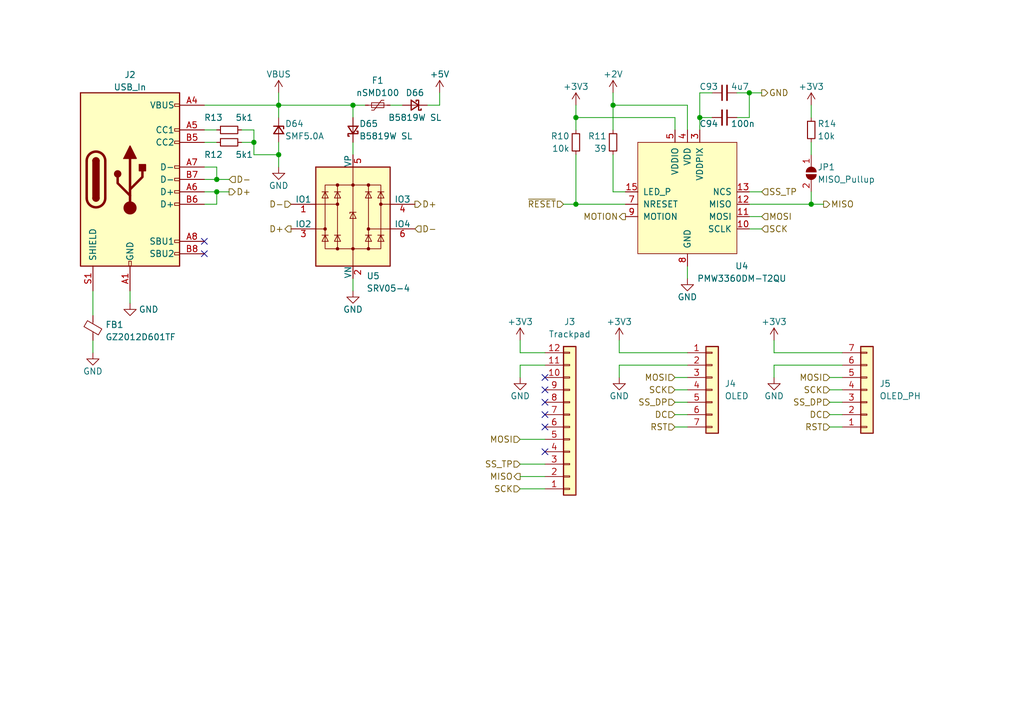
<source format=kicad_sch>
(kicad_sch (version 20230121) (generator eeschema)
  (paper "A5")
  (title_block (title "Honeydew unsplit ergonomic keyboard"))
  (lib_symbols
    (symbol "+3V3_1" (power) (pin_names (offset 0))
      (property "Value" "+3V3_1" (at 0 3.556 0))
      (symbol "+3V3_1_0_1"
        (polyline (pts (xy -0.762 1.27) (xy 0 2.54)))
        (polyline (pts (xy 0 0) (xy 0 2.54)))
        (polyline (pts (xy 0 2.54) (xy 0.762 1.27)))
      )
      (symbol "+3V3_1_1_1"
        (pin power_in line (at 0 0 90) (length 0) hide (name "+3V3") (number "1"))
      )
    )
    (symbol "Cantaloupe:USB_C_Receptacle_USB2.0-Connector" (pin_names (offset 1.016))
      (property "Reference" "J" (at -10.16 19.05 0))
      (property "Value" "USB_C_Receptacle_USB2.0-Connector" (at 19.05 19.05 0))
      (symbol "USB_C_Receptacle_USB2.0-Connector_0_0"
        (rectangle (start -0.254 -17.78) (end 0.254 -16.764))
        (rectangle (start 10.16 -14.986) (end 9.144 -15.494))
        (rectangle (start 10.16 -12.446) (end 9.144 -12.954))
        (rectangle (start 10.16 -4.826) (end 9.144 -5.334))
        (rectangle (start 10.16 -2.286) (end 9.144 -2.794))
        (rectangle (start 10.16 0.254) (end 9.144 -0.254))
        (rectangle (start 10.16 2.794) (end 9.144 2.286))
        (rectangle (start 10.16 7.874) (end 9.144 7.366))
        (rectangle (start 10.16 10.414) (end 9.144 9.906))
        (rectangle (start 10.16 15.494) (end 9.144 14.986))
      )
      (symbol "USB_C_Receptacle_USB2.0-Connector_0_1"
        (rectangle (start -10.16 17.78) (end 10.16 -17.78) (stroke (width 0.254)) (fill (type background)))
        (arc (start -8.89 -3.81) (mid -6.985 -5.7067) (end -5.08 -3.81) (stroke (width 0.508)))
        (arc (start -7.62 -3.81) (mid -6.985 -4.4423) (end -6.35 -3.81) (stroke (width 0.254)))
        (arc (start -7.62 -3.81) (mid -6.985 -4.4423) (end -6.35 -3.81) (stroke (width 0.254)) (fill (type outline)))
        (rectangle (start -7.62 -3.81) (end -6.35 3.81) (stroke (width 0.254)) (fill (type outline)))
        (arc (start -6.35 3.81) (mid -6.985 4.4423) (end -7.62 3.81) (stroke (width 0.254)))
        (arc (start -6.35 3.81) (mid -6.985 4.4423) (end -7.62 3.81) (stroke (width 0.254)) (fill (type outline)))
        (arc (start -5.08 3.81) (mid -6.985 5.7067) (end -8.89 3.81) (stroke (width 0.508)))
        (circle (center -2.54 1.143) (radius 0.635) (stroke (width 0.254)) (fill (type outline)))
        (circle (center 0 -5.842) (radius 1.27) (fill (type outline)))
        (polyline (pts (xy -8.89 -3.81) (xy -8.89 3.81)) (stroke (width 0.508)))
        (polyline (pts (xy -5.08 3.81) (xy -5.08 -3.81)) (stroke (width 0.508)))
        (polyline (pts (xy 0 -5.842) (xy 0 4.318)) (stroke (width 0.508)))
        (polyline (pts (xy 0 -3.302) (xy -2.54 -0.762) (xy -2.54 0.508)) (stroke (width 0.508)))
        (polyline (pts (xy 0 -2.032) (xy 2.54 0.508) (xy 2.54 1.778)) (stroke (width 0.508)))
        (polyline (pts (xy -1.27 4.318) (xy 0 6.858) (xy 1.27 4.318) (xy -1.27 4.318)) (stroke (width 0.254)) (fill (type outline)))
        (rectangle (start 1.905 1.778) (end 3.175 3.048) (stroke (width 0.254)) (fill (type outline)))
      )
      (symbol "USB_C_Receptacle_USB2.0-Connector_1_1"
        (pin power_in line (at 0 -22.86 90) (length 5.08) (name "GND") (number "A1"))
        (pin passive line (at 0 -22.86 90) (length 5.08) hide (name "GND") (number "A12"))
        (pin power_in line (at 15.24 15.24 180) (length 5.08) (name "VBUS") (number "A4"))
        (pin bidirectional line (at 15.24 10.16 180) (length 5.08) (name "CC1") (number "A5"))
        (pin bidirectional line (at 15.24 -2.54 180) (length 5.08) (name "D+") (number "A6"))
        (pin bidirectional line (at 15.24 2.54 180) (length 5.08) (name "D-") (number "A7"))
        (pin bidirectional line (at 15.24 -12.7 180) (length 5.08) (name "SBU1") (number "A8"))
        (pin passive line (at 15.24 15.24 180) (length 5.08) hide (name "VBUS") (number "A9"))
        (pin passive line (at 0 -22.86 90) (length 5.08) hide (name "GND") (number "B1"))
        (pin passive line (at 0 -22.86 90) (length 5.08) hide (name "GND") (number "B12"))
        (pin passive line (at 15.24 15.24 180) (length 5.08) hide (name "VBUS") (number "B4"))
        (pin bidirectional line (at 15.24 7.62 180) (length 5.08) (name "CC2") (number "B5"))
        (pin bidirectional line (at 15.24 -5.08 180) (length 5.08) (name "D+") (number "B6"))
        (pin bidirectional line (at 15.24 0 180) (length 5.08) (name "D-") (number "B7"))
        (pin bidirectional line (at 15.24 -15.24 180) (length 5.08) (name "SBU2") (number "B8"))
        (pin passive line (at 15.24 15.24 180) (length 5.08) hide (name "VBUS") (number "B9"))
        (pin passive line (at -7.62 -22.86 90) (length 5.08) (name "SHIELD") (number "S1"))
      )
    )
    (symbol "Connector_Generic:Conn_01x07" (pin_names (offset 1.016) hide)
      (property "Reference" "J" (at 0 10.16 0))
      (property "Value" "Conn_01x07" (at 0 -10.16 0))
      (symbol "Conn_01x07_1_1"
        (rectangle (start -1.27 -7.493) (end 0 -7.747) (stroke (width 0.1524)))
        (rectangle (start -1.27 -4.953) (end 0 -5.207) (stroke (width 0.1524)))
        (rectangle (start -1.27 -2.413) (end 0 -2.667) (stroke (width 0.1524)))
        (rectangle (start -1.27 0.127) (end 0 -0.127) (stroke (width 0.1524)))
        (rectangle (start -1.27 2.667) (end 0 2.413) (stroke (width 0.1524)))
        (rectangle (start -1.27 5.207) (end 0 4.953) (stroke (width 0.1524)))
        (rectangle (start -1.27 7.747) (end 0 7.493) (stroke (width 0.1524)))
        (rectangle (start -1.27 8.89) (end 1.27 -8.89) (stroke (width 0.254)) (fill (type background)))
        (pin passive line (at -5.08 7.62 0) (length 3.81) (name "Pin_1") (number "1"))
        (pin passive line (at -5.08 5.08 0) (length 3.81) (name "Pin_2") (number "2"))
        (pin passive line (at -5.08 2.54 0) (length 3.81) (name "Pin_3") (number "3"))
        (pin passive line (at -5.08 0 0) (length 3.81) (name "Pin_4") (number "4"))
        (pin passive line (at -5.08 -2.54 0) (length 3.81) (name "Pin_5") (number "5"))
        (pin passive line (at -5.08 -5.08 0) (length 3.81) (name "Pin_6") (number "6"))
        (pin passive line (at -5.08 -7.62 0) (length 3.81) (name "Pin_7") (number "7"))
      )
    )
    (symbol "Connector_Generic:Conn_01x12" (pin_names (offset 1.016) hide)
      (property "Reference" "J" (at 0 15.24 0))
      (property "Value" "Conn_01x12" (at 0 -17.78 0))
      (symbol "Conn_01x12_1_1"
        (rectangle (start -1.27 -15.113) (end 0 -15.367) (stroke (width 0.1524)))
        (rectangle (start -1.27 -12.573) (end 0 -12.827) (stroke (width 0.1524)))
        (rectangle (start -1.27 -10.033) (end 0 -10.287) (stroke (width 0.1524)))
        (rectangle (start -1.27 -7.493) (end 0 -7.747) (stroke (width 0.1524)))
        (rectangle (start -1.27 -4.953) (end 0 -5.207) (stroke (width 0.1524)))
        (rectangle (start -1.27 -2.413) (end 0 -2.667) (stroke (width 0.1524)))
        (rectangle (start -1.27 0.127) (end 0 -0.127) (stroke (width 0.1524)))
        (rectangle (start -1.27 2.667) (end 0 2.413) (stroke (width 0.1524)))
        (rectangle (start -1.27 5.207) (end 0 4.953) (stroke (width 0.1524)))
        (rectangle (start -1.27 7.747) (end 0 7.493) (stroke (width 0.1524)))
        (rectangle (start -1.27 10.287) (end 0 10.033) (stroke (width 0.1524)))
        (rectangle (start -1.27 12.827) (end 0 12.573) (stroke (width 0.1524)))
        (rectangle (start -1.27 13.97) (end 1.27 -16.51) (stroke (width 0.254)) (fill (type background)))
        (pin passive line (at -5.08 12.7 0) (length 3.81) (name "Pin_1") (number "1"))
        (pin passive line (at -5.08 -10.16 0) (length 3.81) (name "Pin_10") (number "10"))
        (pin passive line (at -5.08 -12.7 0) (length 3.81) (name "Pin_11") (number "11"))
        (pin passive line (at -5.08 -15.24 0) (length 3.81) (name "Pin_12") (number "12"))
        (pin passive line (at -5.08 10.16 0) (length 3.81) (name "Pin_2") (number "2"))
        (pin passive line (at -5.08 7.62 0) (length 3.81) (name "Pin_3") (number "3"))
        (pin passive line (at -5.08 5.08 0) (length 3.81) (name "Pin_4") (number "4"))
        (pin passive line (at -5.08 2.54 0) (length 3.81) (name "Pin_5") (number "5"))
        (pin passive line (at -5.08 0 0) (length 3.81) (name "Pin_6") (number "6"))
        (pin passive line (at -5.08 -2.54 0) (length 3.81) (name "Pin_7") (number "7"))
        (pin passive line (at -5.08 -5.08 0) (length 3.81) (name "Pin_8") (number "8"))
        (pin passive line (at -5.08 -7.62 0) (length 3.81) (name "Pin_9") (number "9"))
      )
    )
    (symbol "Device:C_Small" (pin_numbers hide) (pin_names (offset 0.254) hide)
      (property "Reference" "C" (at 0.254 1.778 0))
      (property "Value" "C_Small" (at 0.254 -2.032 0))
      (symbol "C_Small_0_1"
        (polyline (pts (xy -1.524 -0.508) (xy 1.524 -0.508)) (stroke (width 0.3302)))
        (polyline (pts (xy -1.524 0.508) (xy 1.524 0.508)) (stroke (width 0.3048)))
      )
      (symbol "C_Small_1_1"
        (pin passive line (at 0 2.54 270) (length 2.032) (name "~") (number "1"))
        (pin passive line (at 0 -2.54 90) (length 2.032) (name "~") (number "2"))
      )
    )
    (symbol "Device:D_Schottky_Small" (pin_numbers hide) (pin_names (offset 0.254) hide)
      (property "Reference" "D" (at -1.27 2.032 0))
      (property "Value" "D_Schottky_Small" (at -7.112 -2.032 0))
      (symbol "D_Schottky_Small_0_1"
        (polyline (pts (xy -0.762 0) (xy 0.762 0)))
        (polyline (pts (xy 0.762 -1.016) (xy -0.762 0) (xy 0.762 1.016) (xy 0.762 -1.016)) (stroke (width 0.254)))
        (polyline (pts (xy -1.27 0.762) (xy -1.27 1.016) (xy -0.762 1.016) (xy -0.762 -1.016) (xy -0.254 -1.016) (xy -0.254 -0.762)) (stroke (width 0.254)))
      )
      (symbol "D_Schottky_Small_1_1"
        (pin passive line (at -2.54 0 0) (length 1.778) (name "K") (number "1"))
        (pin passive line (at 2.54 0 180) (length 1.778) (name "A") (number "2"))
      )
    )
    (symbol "Device:D_Zener_Small" (pin_numbers hide) (pin_names (offset 0.254) hide)
      (property "Reference" "D" (at 0 2.286 0))
      (property "Value" "D_Zener_Small" (at 0 -2.286 0))
      (symbol "D_Zener_Small_0_1"
        (polyline (pts (xy 0.762 0) (xy -0.762 0)))
        (polyline (pts (xy -0.254 1.016) (xy -0.762 1.016) (xy -0.762 -1.016)) (stroke (width 0.254)))
        (polyline (pts (xy 0.762 1.016) (xy -0.762 0) (xy 0.762 -1.016) (xy 0.762 1.016)) (stroke (width 0.254)))
      )
      (symbol "D_Zener_Small_1_1"
        (pin passive line (at -2.54 0 0) (length 1.778) (name "K") (number "1"))
        (pin passive line (at 2.54 0 180) (length 1.778) (name "A") (number "2"))
      )
    )
    (symbol "Device:FerriteBead_Small" (pin_numbers hide) (pin_names (offset 0))
      (property "Reference" "FB" (at 1.905 1.27 0))
      (property "Value" "FerriteBead_Small" (at 1.905 -1.27 0))
      (symbol "FerriteBead_Small_0_1"
        (polyline (pts (xy 0 -1.27) (xy 0 -0.7874)))
        (polyline (pts (xy 0 0.889) (xy 0 1.2954)))
        (polyline (pts (xy -1.8288 0.2794) (xy -1.1176 1.4986) (xy 1.8288 -0.2032) (xy 1.1176 -1.4224) (xy -1.8288 0.2794)))
      )
      (symbol "FerriteBead_Small_1_1"
        (pin passive line (at 0 2.54 270) (length 1.27) (name "~") (number "1"))
        (pin passive line (at 0 -2.54 90) (length 1.27) (name "~") (number "2"))
      )
    )
    (symbol "Device:Polyfuse_Small" (pin_numbers hide) (pin_names (offset 0))
      (property "Reference" "F" (at -1.905 0 90))
      (property "Value" "Polyfuse_Small" (at 1.905 0 90))
      (symbol "Polyfuse_Small_0_1"
        (rectangle (start -0.508 1.27) (end 0.508 -1.27))
        (polyline (pts (xy 0 2.54) (xy 0 -2.54)))
        (polyline (pts (xy -1.016 1.27) (xy -1.016 0.762) (xy 1.016 -0.762) (xy 1.016 -1.27)))
      )
      (symbol "Polyfuse_Small_1_1"
        (pin passive line (at 0 2.54 270) (length 0.635) (name "~") (number "1"))
        (pin passive line (at 0 -2.54 90) (length 0.635) (name "~") (number "2"))
      )
    )
    (symbol "Device:R_Small" (pin_numbers hide) (pin_names (offset 0.254) hide)
      (property "Reference" "R" (at 0.762 0.508 0))
      (property "Value" "R_Small" (at 0.762 -1.016 0))
      (symbol "R_Small_0_1"
        (rectangle (start -0.762 1.778) (end 0.762 -1.778) (stroke (width 0.2032)))
      )
      (symbol "R_Small_1_1"
        (pin passive line (at 0 2.54 270) (length 0.762) (name "~") (number "1"))
        (pin passive line (at 0 -2.54 90) (length 0.762) (name "~") (number "2"))
      )
    )
    (symbol "Honeydew:+2V" (power) (pin_names (offset 0))
      (property "Value" "+2V" (at 0 3.81 0))
      (symbol "+2V_0_1"
        (polyline (pts (xy -0.762 1.27) (xy 0 2.54)))
        (polyline (pts (xy 0 0) (xy 0 2.54)))
        (polyline (pts (xy 0 2.54) (xy 0.762 1.27)))
      )
      (symbol "+2V_1_1"
        (pin power_in line (at 0 0 90) (length 0) hide (name "+2V") (number "1"))
      )
    )
    (symbol "Jumper:SolderJumper_2_Open" (pin_names (offset 0) hide)
      (property "Reference" "JP" (at 0 2.032 0))
      (property "Value" "SolderJumper_2_Open" (at 0 -2.54 0))
      (symbol "SolderJumper_2_Open_0_1"
        (arc (start -0.254 1.016) (mid -1.2656 0) (end -0.254 -1.016))
        (arc (start -0.254 1.016) (mid -1.2656 0) (end -0.254 -1.016) (fill (type outline)))
        (polyline (pts (xy -0.254 1.016) (xy -0.254 -1.016)))
        (polyline (pts (xy 0.254 1.016) (xy 0.254 -1.016)))
        (arc (start 0.254 -1.016) (mid 1.2656 0) (end 0.254 1.016))
        (arc (start 0.254 -1.016) (mid 1.2656 0) (end 0.254 1.016) (fill (type outline)))
      )
      (symbol "SolderJumper_2_Open_1_1"
        (pin passive line (at -3.81 0 0) (length 2.54) (name "A") (number "1"))
        (pin passive line (at 3.81 0 180) (length 2.54) (name "B") (number "2"))
      )
    )
    (symbol "PMW3360DM-T2QU_1" (pin_names (offset 1.016))
      (property "Reference" "U" (at 0 12.7 0))
      (property "Value" "PMW3360DM-T2QU_1" (at 0 20.32 0))
      (symbol "PMW3360DM-T2QU_1_0_1"
        (rectangle (start -10.16 10.16) (end 10.16 -12.7) (fill (type background)))
      )
      (symbol "PMW3360DM-T2QU_1_1_1"
        (pin no_connect line (at -12.7 7.62 0) (length 2.54) hide (name "NC") (number "1"))
        (pin input line (at 12.7 -7.62 180) (length 2.54) (name "SCLK") (number "10"))
        (pin input line (at 12.7 -5.08 180) (length 2.54) (name "MOSI") (number "11"))
        (pin output line (at 12.7 -2.54 180) (length 2.54) (name "MISO") (number "12"))
        (pin input line (at 12.7 0 180) (length 2.54) (name "NCS") (number "13"))
        (pin no_connect line (at -12.7 7.62 0) (length 2.54) hide (name "NC") (number "14"))
        (pin input line (at -12.7 0 0) (length 2.54) (name "LED_P") (number "15"))
        (pin no_connect line (at -12.7 7.62 0) (length 2.54) hide (name "NC") (number "16"))
        (pin no_connect line (at -12.7 7.62 0) (length 2.54) hide (name "NC") (number "2"))
        (pin power_in line (at 2.54 12.7 270) (length 2.54) (name "VDDPIX") (number "3"))
        (pin power_in line (at 0 12.7 270) (length 2.54) (name "VDD") (number "4"))
        (pin power_in line (at -2.54 12.7 270) (length 2.54) (name "VDDIO") (number "5"))
        (pin no_connect line (at -12.7 7.62 0) (length 2.54) hide (name "NC") (number "6"))
        (pin input line (at -12.7 -2.54 0) (length 2.54) (name "NRESET") (number "7"))
        (pin power_in line (at 0 -15.24 90) (length 2.54) (name "GND") (number "8"))
        (pin output line (at -12.7 -5.08 0) (length 2.54) (name "MOTION") (number "9"))
      )
    )
    (symbol "Power_Protection:SRV05-4" (pin_names (offset 0))
      (property "Reference" "U" (at -5.08 11.43 0))
      (property "Value" "SRV05-4" (at 2.54 11.43 0))
      (symbol "SRV05-4_0_0"
        (rectangle (start -5.715 6.477) (end 5.715 -6.604))
        (polyline (pts (xy -3.175 -6.604) (xy -3.175 6.477)))
        (polyline (pts (xy 3.175 6.477) (xy 3.175 -6.604)))
      )
      (symbol "SRV05-4_0_1"
        (rectangle (start -7.62 10.16) (end 7.62 -10.16) (stroke (width 0.254)) (fill (type background)))
        (circle (center -5.715 -2.54) (radius 0.2794) (fill (type outline)))
        (circle (center -3.175 -6.604) (radius 0.2794) (fill (type outline)))
        (circle (center -3.175 2.54) (radius 0.2794) (fill (type outline)))
        (circle (center -3.175 6.477) (radius 0.2794) (fill (type outline)))
        (circle (center 0 -6.604) (radius 0.2794) (fill (type outline)))
        (polyline (pts (xy -7.747 2.54) (xy -3.175 2.54)))
        (polyline (pts (xy -7.62 -2.54) (xy -5.715 -2.54)))
        (polyline (pts (xy -5.08 -3.81) (xy -6.35 -3.81)))
        (polyline (pts (xy -5.08 5.08) (xy -6.35 5.08)))
        (polyline (pts (xy -2.54 -3.81) (xy -3.81 -3.81)))
        (polyline (pts (xy -2.54 5.08) (xy -3.81 5.08)))
        (polyline (pts (xy 0 10.16) (xy 0 -10.16)))
        (polyline (pts (xy 3.81 -3.81) (xy 2.54 -3.81)))
        (polyline (pts (xy 3.81 5.08) (xy 2.54 5.08)))
        (polyline (pts (xy 6.35 -3.81) (xy 5.08 -3.81)))
        (polyline (pts (xy 6.35 5.08) (xy 5.08 5.08)))
        (polyline (pts (xy 7.62 -2.54) (xy 3.175 -2.54)))
        (polyline (pts (xy 7.62 2.54) (xy 5.715 2.54)))
        (polyline (pts (xy 0.635 0.889) (xy -0.635 0.889) (xy -0.635 0.635)))
        (polyline (pts (xy -5.08 -5.08) (xy -6.35 -5.08) (xy -5.715 -3.81) (xy -5.08 -5.08)))
        (polyline (pts (xy -5.08 3.81) (xy -6.35 3.81) (xy -5.715 5.08) (xy -5.08 3.81)))
        (polyline (pts (xy -2.54 -5.08) (xy -3.81 -5.08) (xy -3.175 -3.81) (xy -2.54 -5.08)))
        (polyline (pts (xy -2.54 3.81) (xy -3.81 3.81) (xy -3.175 5.08) (xy -2.54 3.81)))
        (polyline (pts (xy 0.635 -0.381) (xy -0.635 -0.381) (xy 0 0.889) (xy 0.635 -0.381)))
        (polyline (pts (xy 3.81 -5.08) (xy 2.54 -5.08) (xy 3.175 -3.81) (xy 3.81 -5.08)))
        (polyline (pts (xy 3.81 3.81) (xy 2.54 3.81) (xy 3.175 5.08) (xy 3.81 3.81)))
        (polyline (pts (xy 6.35 -5.08) (xy 5.08 -5.08) (xy 5.715 -3.81) (xy 6.35 -5.08)))
        (polyline (pts (xy 6.35 3.81) (xy 5.08 3.81) (xy 5.715 5.08) (xy 6.35 3.81)))
        (circle (center 0 6.477) (radius 0.2794) (fill (type outline)))
        (circle (center 3.175 -6.604) (radius 0.2794) (fill (type outline)))
        (circle (center 3.175 -2.54) (radius 0.2794) (fill (type outline)))
        (circle (center 3.175 6.477) (radius 0.2794) (fill (type outline)))
        (circle (center 5.715 2.54) (radius 0.2794) (fill (type outline)))
      )
      (symbol "SRV05-4_1_1"
        (pin passive line (at -12.7 2.54 0) (length 5.08) (name "IO1") (number "1"))
        (pin passive line (at 0 -12.7 90) (length 2.54) (name "VN") (number "2"))
        (pin passive line (at -12.7 -2.54 0) (length 5.08) (name "IO2") (number "3"))
        (pin passive line (at 12.7 2.54 180) (length 5.08) (name "IO3") (number "4"))
        (pin passive line (at 0 12.7 270) (length 2.54) (name "VP") (number "5"))
        (pin passive line (at 12.7 -2.54 180) (length 5.08) (name "IO4") (number "6"))
      )
    )
    (symbol "power:+5V" (power) (pin_names (offset 0))
      (property "Value" "+5V" (at 0 3.556 0))
      (symbol "+5V_0_1"
        (polyline (pts (xy -0.762 1.27) (xy 0 2.54)))
        (polyline (pts (xy 0 0) (xy 0 2.54)))
        (polyline (pts (xy 0 2.54) (xy 0.762 1.27)))
      )
      (symbol "+5V_1_1"
        (pin power_in line (at 0 0 90) (length 0) hide (name "+5V") (number "1"))
      )
    )
    (symbol "power:GND" (power) (pin_names (offset 0))
      (property "Value" "GND" (at 0 -3.81 0))
      (symbol "GND_0_1"
        (polyline (pts (xy 0 0) (xy 0 -1.27) (xy 1.27 -1.27) (xy 0 -2.54) (xy -1.27 -1.27) (xy 0 -1.27)))
      )
      (symbol "GND_1_1"
        (pin power_in line (at 0 0 270) (length 0) hide (name "GND") (number "1"))
      )
    )
    (symbol "power:VBUS" (power) (pin_names (offset 0))
      (property "Value" "VBUS" (at 0 3.81 0))
      (symbol "VBUS_0_1"
        (polyline (pts (xy -0.762 1.27) (xy 0 2.54)))
        (polyline (pts (xy 0 0) (xy 0 2.54)))
        (polyline (pts (xy 0 2.54) (xy 0.762 1.27)))
      )
      (symbol "VBUS_1_1"
        (pin power_in line (at 0 0 90) (length 0) hide (name "VBUS") (number "1"))
      )
    )
  )
  (junction (at 125.73 21.59))
  (junction (at 52.07 29.21))
  (junction (at 118.11 24.13))
  (junction (at 44.45 39.37))
  (junction (at 143.51 24.13))
  (junction (at 57.15 21.59))
  (junction (at 153.67 19.05))
  (junction (at 57.15 31.75))
  (junction (at 44.45 36.83))
  (junction (at 166.37 41.91))
  (junction (at 118.11 41.91))
  (junction (at 72.39 21.59))
  (no_connect (at 111.76 87.63))
  (no_connect (at 41.91 52.07))
  (no_connect (at 111.76 82.55))
  (no_connect (at 111.76 92.71))
  (no_connect (at 111.76 77.47))
  (no_connect (at 111.76 85.09))
  (no_connect (at 41.91 49.53))
  (no_connect (at 111.76 80.01))
  (wire (pts (xy 44.45 39.37) (xy 44.45 41.91)))
  (wire (pts (xy 52.07 31.75) (xy 57.15 31.75)))
  (wire (pts (xy 41.91 36.83) (xy 44.45 36.83)))
  (wire (pts (xy 115.57 41.91) (xy 118.11 41.91)))
  (wire (pts (xy 151.13 24.13) (xy 153.67 24.13)))
  (wire (pts (xy 49.53 29.21) (xy 52.07 29.21)))
  (wire (pts (xy 166.37 24.13) (xy 166.37 21.59)))
  (wire (pts (xy 143.51 19.05) (xy 146.05 19.05)))
  (wire (pts (xy 127 74.93) (xy 140.97 74.93)))
  (wire (pts (xy 138.43 80.01) (xy 140.97 80.01)))
  (wire (pts (xy 170.18 85.09) (xy 172.72 85.09)))
  (wire (pts (xy 90.17 19.05) (xy 90.17 21.59)))
  (wire (pts (xy 170.18 77.47) (xy 172.72 77.47)))
  (wire (pts (xy 151.13 19.05) (xy 153.67 19.05)))
  (wire (pts (xy 46.99 39.37) (xy 44.45 39.37)))
  (wire (pts (xy 118.11 21.59) (xy 118.11 24.13)))
  (wire (pts (xy 72.39 21.59) (xy 74.93 21.59)))
  (wire (pts (xy 138.43 26.67) (xy 138.43 24.13)))
  (wire (pts (xy 140.97 21.59) (xy 140.97 26.67)))
  (wire (pts (xy 156.21 39.37) (xy 153.67 39.37)))
  (wire (pts (xy 143.51 24.13) (xy 146.05 24.13)))
  (wire (pts (xy 170.18 87.63) (xy 172.72 87.63)))
  (wire (pts (xy 44.45 26.67) (xy 41.91 26.67)))
  (wire (pts (xy 166.37 41.91) (xy 168.91 41.91)))
  (wire (pts (xy 118.11 24.13) (xy 138.43 24.13)))
  (wire (pts (xy 52.07 31.75) (xy 52.07 29.21)))
  (wire (pts (xy 57.15 21.59) (xy 57.15 24.13)))
  (wire (pts (xy 140.97 54.61) (xy 140.97 57.15)))
  (wire (pts (xy 125.73 31.75) (xy 125.73 39.37)))
  (wire (pts (xy 118.11 31.75) (xy 118.11 41.91)))
  (wire (pts (xy 158.75 72.39) (xy 172.72 72.39)))
  (wire (pts (xy 127 72.39) (xy 140.97 72.39)))
  (wire (pts (xy 106.68 74.93) (xy 111.76 74.93)))
  (wire (pts (xy 41.91 34.29) (xy 44.45 34.29)))
  (wire (pts (xy 106.68 74.93) (xy 106.68 77.47)))
  (wire (pts (xy 138.43 77.47) (xy 140.97 77.47)))
  (wire (pts (xy 170.18 82.55) (xy 172.72 82.55)))
  (wire (pts (xy 26.67 59.69) (xy 26.67 62.23)))
  (wire (pts (xy 156.21 44.45) (xy 153.67 44.45)))
  (wire (pts (xy 138.43 82.55) (xy 140.97 82.55)))
  (wire (pts (xy 156.21 46.99) (xy 153.67 46.99)))
  (wire (pts (xy 153.67 19.05) (xy 156.21 19.05)))
  (wire (pts (xy 19.05 59.69) (xy 19.05 64.77)))
  (wire (pts (xy 57.15 29.21) (xy 57.15 31.75)))
  (wire (pts (xy 143.51 24.13) (xy 143.51 26.67)))
  (wire (pts (xy 170.18 80.01) (xy 172.72 80.01)))
  (wire (pts (xy 125.73 19.05) (xy 125.73 21.59)))
  (wire (pts (xy 44.45 34.29) (xy 44.45 36.83)))
  (wire (pts (xy 118.11 41.91) (xy 128.27 41.91)))
  (wire (pts (xy 106.68 72.39) (xy 111.76 72.39)))
  (wire (pts (xy 106.68 69.85) (xy 106.68 72.39)))
  (wire (pts (xy 166.37 41.91) (xy 166.37 39.37)))
  (wire (pts (xy 72.39 29.21) (xy 72.39 31.75)))
  (wire (pts (xy 80.01 21.59) (xy 82.55 21.59)))
  (wire (pts (xy 46.99 36.83) (xy 44.45 36.83)))
  (wire (pts (xy 125.73 21.59) (xy 125.73 26.67)))
  (wire (pts (xy 72.39 21.59) (xy 72.39 24.13)))
  (wire (pts (xy 138.43 87.63) (xy 140.97 87.63)))
  (wire (pts (xy 41.91 41.91) (xy 44.45 41.91)))
  (wire (pts (xy 125.73 39.37) (xy 128.27 39.37)))
  (wire (pts (xy 143.51 19.05) (xy 143.51 24.13)))
  (wire (pts (xy 118.11 24.13) (xy 118.11 26.67)))
  (wire (pts (xy 49.53 26.67) (xy 52.07 26.67)))
  (wire (pts (xy 57.15 31.75) (xy 57.15 34.29)))
  (wire (pts (xy 19.05 69.85) (xy 19.05 72.39)))
  (wire (pts (xy 41.91 21.59) (xy 57.15 21.59)))
  (wire (pts (xy 158.75 74.93) (xy 158.75 77.47)))
  (wire (pts (xy 106.68 97.79) (xy 111.76 97.79)))
  (wire (pts (xy 106.68 100.33) (xy 111.76 100.33)))
  (wire (pts (xy 138.43 85.09) (xy 140.97 85.09)))
  (wire (pts (xy 153.67 19.05) (xy 153.67 24.13)))
  (wire (pts (xy 153.67 41.91) (xy 166.37 41.91)))
  (wire (pts (xy 106.68 95.25) (xy 111.76 95.25)))
  (wire (pts (xy 127 69.85) (xy 127 72.39)))
  (wire (pts (xy 57.15 19.05) (xy 57.15 21.59)))
  (wire (pts (xy 158.75 69.85) (xy 158.75 72.39)))
  (wire (pts (xy 106.68 90.17) (xy 111.76 90.17)))
  (wire (pts (xy 44.45 29.21) (xy 41.91 29.21)))
  (wire (pts (xy 57.15 21.59) (xy 72.39 21.59)))
  (wire (pts (xy 52.07 26.67) (xy 52.07 29.21)))
  (wire (pts (xy 72.39 59.69) (xy 72.39 57.15)))
  (wire (pts (xy 90.17 21.59) (xy 87.63 21.59)))
  (wire (pts (xy 140.97 21.59) (xy 125.73 21.59)))
  (wire (pts (xy 127 74.93) (xy 127 77.47)))
  (wire (pts (xy 166.37 29.21) (xy 166.37 31.75)))
  (wire (pts (xy 41.91 39.37) (xy 44.45 39.37)))
  (wire (pts (xy 158.75 74.93) (xy 172.72 74.93)))
  (hierarchical_label "RST" (shape input) (at 138.43 87.63 180))
  (hierarchical_label "RST" (shape input) (at 170.18 87.63 180))
  (hierarchical_label "D-" (shape input) (at 59.69 41.91 180))
  (hierarchical_label "D+" (shape output) (at 59.69 46.99 180))
  (hierarchical_label "D-" (shape input) (at 46.99 36.83 0))
  (hierarchical_label "SCK" (shape input) (at 106.68 100.33 180))
  (hierarchical_label "GND" (shape output) (at 156.21 19.05 0))
  (hierarchical_label "SCK" (shape input) (at 156.21 46.99 0))
  (hierarchical_label "SS_TP" (shape input) (at 106.68 95.25 180))
  (hierarchical_label "MISO" (shape output) (at 106.68 97.79 180))
  (hierarchical_label "D+" (shape output) (at 46.99 39.37 0))
  (hierarchical_label "MOTION" (shape output) (at 128.27 44.45 180))
  (hierarchical_label "MISO" (shape output) (at 168.91 41.91 0))
  (hierarchical_label "SCK" (shape input) (at 170.18 80.01 180))
  (hierarchical_label "SS_DP" (shape input) (at 170.18 82.55 180))
  (hierarchical_label "SS_DP" (shape input) (at 138.43 82.55 180))
  (hierarchical_label "MOSI" (shape input) (at 138.43 77.47 180))
  (hierarchical_label "D-" (shape input) (at 85.09 46.99 0))
  (hierarchical_label "MOSI" (shape input) (at 156.21 44.45 0))
  (hierarchical_label "D+" (shape output) (at 85.09 41.91 0))
  (hierarchical_label "MOSI" (shape input) (at 170.18 77.47 180))
  (hierarchical_label "MOSI" (shape input) (at 106.68 90.17 180))
  (hierarchical_label "DC" (shape input) (at 138.43 85.09 180))
  (hierarchical_label "SCK" (shape input) (at 138.43 80.01 180))
  (hierarchical_label "DC" (shape input) (at 170.18 85.09 180))
  (hierarchical_label "~{RESET}" (shape input) (at 115.57 41.91 180))
  (hierarchical_label "SS_TP" (shape input) (at 156.21 39.37 0))
  (symbol (lib_id "Honeydew:+2V") (at 125.73 19.05 0) (unit 1)
    (property "Reference" "#PWR043" (effects hide))
    (property "Value" "+2V" (at 125.73 15.24 0))
  )
  (symbol (lib_id "Device:FerriteBead_Small") (at 19.05 67.31 0) (unit 1)
    (property "Reference" "FB1" (at 21.59 66.6369 0) (effects (justify left)))
    (property "Value" "GZ2012D601TF" (at 21.59 69.1769 0) (effects (justify left)))
    (property "Footprint" "Inductor_SMD:L_0805_2012Metric" (effects hide))
    (property "LCSC" "C1017" (effects hide))
  )
  (symbol (lib_id "power:GND") (at 127 77.47 0) (unit 1)
    (property "Reference" "#PWR03" (effects hide))
    (property "Value" "GND" (at 127 81.28 0))
    (instances (project "Honeydew" (path "" (reference "#PWR03") (unit 1)) (path "" (reference "#PWR040") (unit 1))))
  )
  (symbol (lib_id "Device:D_Schottky_Small") (at 85.09 21.59 180) (unit 1)
    (property "Reference" "D66" (at 85.09 19.05 0))
    (property "Value" "B5819W SL" (at 85.09 24.13 0))
    (property "Footprint" "Diode_SMD:D_SOD-123" (effects hide))
    (property "Description" "SOD-123 schottky" (effects hide))
    (property "LCSC" "C8598" (effects hide))
  )
  (symbol (lib_id "Connector_Generic:Conn_01x12") (at 116.84 87.63 0) (mirror x) (unit 1)
    (property "Reference" "J3" (at 116.84 66.04 0))
    (property "Value" "Trackpad" (at 116.84 68.58 0))
    (property "Footprint" "Honeydew:Hirose_FH12-12S-0.5SH_1x12-1MP_P0.50mm_Horizontal" (effects hide))
    (property "Description" "12-pin FFC/FPC connector" (effects hide))
    (property "LCSC" "C88360" (effects hide))
  )
  (symbol (lib_id "Device:R_Small") (at 118.11 29.21 180) (unit 1)
    (property "Reference" "R10" (at 116.84 27.94 0) (effects (justify left)))
    (property "Value" "10k" (at 116.84 30.48 0) (effects (justify left)))
    (property "Footprint" "Resistor_SMD:R_0402_1005Metric" (effects hide))
    (property "Description" "0402 resistor" (effects hide))
    (property "LCSC" "C25744" (effects hide))
  )
  (symbol (lib_id "Cantaloupe:USB_C_Receptacle_USB2.0-Connector") (at 26.67 36.83 0) (unit 1)
    (property "Reference" "J2" (at 26.67 15.3502 0))
    (property "Value" "USB_In" (at 26.67 17.8871 0))
    (property "Footprint" "Honeydew:HRO-TYPE-C-31-M-12" (effects hide))
    (property "Description" "USB C 2.0 jack" (effects hide))
    (property "LCSC" "C165948" (effects hide))
  )
  (symbol (lib_id "Device:R_Small") (at 125.73 29.21 0) (mirror x) (unit 1)
    (property "Reference" "R11" (at 124.46 27.94 0) (effects (justify right)))
    (property "Value" "39" (at 124.46 30.48 0) (effects (justify right)))
    (property "Footprint" "Resistor_SMD:R_0402_1005Metric" (effects hide))
    (property "Description" "0402 resistor" (effects hide))
    (property "LCSC" "C25164" (effects hide))
  )
  (symbol (lib_name "PMW3360DM-T2QU_1") (lib_id "Ogen:PMW3360DM-T2QU") (at 140.97 39.37 0) (unit 1) (in_bom no)
    (property "Reference" "U4" (at 152.1402 54.61 0))
    (property "Value" "PMW3360DM-T2QU" (at 152.1402 57.15 0))
    (property "Footprint" "Honeydew:IC_PMW3360DM-T2QU" (effects hide))
    (property "Description" "Optical sensor" (effects hide))
  )
  (symbol (lib_id "Device:C_Small") (at 148.59 19.05 90) (mirror x) (unit 1)
    (property "Reference" "C93" (at 147.32 17.78 90) (effects (justify left)))
    (property "Value" "4u7" (at 149.86 17.78 90) (effects (justify right)))
    (property "Footprint" "Capacitor_SMD:C_0603_1608Metric" (effects hide))
    (property "Description" "0603 capacitor" (effects hide))
    (property "LCSC" "C19666" (effects hide))
  )
  (symbol (lib_name "+3V3_1") (lib_id "power:+3V3") (at 158.75 69.85 0) (unit 1)
    (property "Reference" "#PWR015" (effects hide))
    (property "Value" "+3V3" (at 158.75 66.04 0))
  )
  (symbol (lib_id "power:VBUS") (at 57.15 19.05 0) (unit 1)
    (property "Reference" "#PWR033" (effects hide))
    (property "Value" "VBUS" (at 57.15 15.24 0))
  )
  (symbol (lib_id "Device:Polyfuse_Small") (at 77.47 21.59 270) (unit 1)
    (property "Reference" "F1" (at 77.47 16.51 90))
    (property "Value" "nSMD100" (at 77.47 19.05 90))
    (property "Footprint" "Fuse:Fuse_1206_3216Metric" (effects hide))
    (property "Description" "1206 fuse 1A" (effects hide))
    (property "LCSC" "C66453" (effects hide))
  )
  (symbol (lib_name "+3V3_1") (lib_id "power:+3V3") (at 106.68 69.85 0) (unit 1)
    (property "Reference" "#PWR038" (effects hide))
    (property "Value" "+3V3" (at 106.68 66.04 0))
  )
  (symbol (lib_id "power:GND") (at 26.67 62.23 0) (unit 1)
    (property "Reference" "#PWR03" (effects hide))
    (property "Value" "GND" (at 30.48 63.5 0))
    (instances (project "Honeydew" (path "" (reference "#PWR03") (unit 1)) (path "" (reference "#PWR035") (unit 1))))
  )
  (symbol (lib_id "Power_Protection:SRV05-4") (at 72.39 44.45 0) (unit 1)
    (property "Reference" "U5" (at 75.1587 56.6404 0) (effects (justify left)))
    (property "Value" "SRV05-4" (at 75.1587 59.1773 0) (effects (justify left)))
    (property "Footprint" "Package_TO_SOT_SMD:SOT-23-6" (effects hide))
    (property "Datasheet" "http://www.onsemi.com/pub/Collateral/SRV05-4-D.PDF" (effects hide))
    (property "Description" "SOT-26 ESD protector" (effects hide))
    (property "LCSC" "C85364" (effects hide))
  )
  (symbol (lib_id "Jumper:SolderJumper_2_Open") (at 166.37 35.56 270) (unit 1) (in_bom no)
    (property "Reference" "JP1" (at 167.64 34.29 90) (effects (justify left)))
    (property "Value" "MISO_Pullup" (at 167.64 36.83 90) (effects (justify left)))
    (property "Footprint" "Jumper:SolderJumper-2_P1.3mm_Open_Pad1.0x1.5mm" (effects hide))
    (property "Description" "MISO pullup jumper" (effects hide))
  )
  (symbol (lib_id "Connector_Generic:Conn_01x07") (at 177.8 80.01 0) (mirror x) (unit 1)
    (property "Reference" "J5" (at 180.34 78.74 0) (effects (justify left)))
    (property "Value" "OLED_PH" (at 180.34 81.28 0) (effects (justify left)))
    (property "Footprint" "Connector_JST:JST_PH_S7B-PH-K_1x07_P2.00mm_Horizontal" (effects hide))
    (property "Description" "SSD1315 OLED" (effects hide))
  )
  (symbol (lib_id "Device:R_Small") (at 46.99 29.21 270) (mirror x) (unit 1)
    (property "Reference" "R12" (at 45.72 31.75 90) (effects (justify right)))
    (property "Value" "5k1" (at 48.26 31.75 90) (effects (justify left)))
    (property "Footprint" "Resistor_SMD:R_0402_1005Metric" (effects hide))
    (property "Description" "0402 resistor" (effects hide))
    (property "LCSC" "C25905" (effects hide))
  )
  (symbol (lib_id "Device:R_Small") (at 166.37 26.67 180) (unit 1)
    (property "Reference" "R14" (at 167.64 25.4 0) (effects (justify right)))
    (property "Value" "10k" (at 167.64 27.94 0) (effects (justify right)))
    (property "Footprint" "Resistor_SMD:R_0402_1005Metric" (effects hide))
    (property "Description" "0402 resistor" (effects hide))
    (property "LCSC" "C25744" (effects hide))
  )
  (symbol (lib_id "power:GND") (at 72.39 59.69 0) (unit 1)
    (property "Reference" "#PWR03" (effects hide))
    (property "Value" "GND" (at 72.39 63.5 0))
    (instances (project "Honeydew" (path "" (reference "#PWR03") (unit 1)) (path "" (reference "#PWR011") (unit 1))))
  )
  (symbol (lib_id "power:GND") (at 158.75 77.47 0) (unit 1)
    (property "Reference" "#PWR03" (effects hide))
    (property "Value" "GND" (at 158.75 81.28 0))
    (instances (project "Honeydew" (path "" (reference "#PWR03") (unit 1)) (path "" (reference "#PWR016") (unit 1))))
  )
  (symbol (lib_id "Device:R_Small") (at 46.99 26.67 270) (unit 1)
    (property "Reference" "R13" (at 45.72 24.13 90) (effects (justify right)))
    (property "Value" "5k1" (at 48.26 24.13 90) (effects (justify left)))
    (property "Footprint" "Resistor_SMD:R_0402_1005Metric" (effects hide))
    (property "Description" "0402 resistor" (effects hide))
    (property "LCSC" "C25905" (effects hide))
  )
  (symbol (lib_name "+3V3_1") (lib_id "power:+3V3") (at 166.37 21.59 0) (unit 1)
    (property "Reference" "#PWR041" (effects hide))
    (property "Value" "+3V3" (at 166.37 17.78 0))
  )
  (symbol (lib_id "Device:D_Schottky_Small") (at 72.39 26.67 90) (unit 1)
    (property "Reference" "D65" (at 73.66 25.4 90) (effects (justify right)))
    (property "Value" "B5819W SL" (at 73.66 27.94 90) (effects (justify right)))
    (property "Footprint" "Diode_SMD:D_SOD-123" (effects hide))
    (property "Description" "SOD-123 schottky" (effects hide))
    (property "LCSC" "C8598" (effects hide))
  )
  (symbol (lib_id "power:+5V") (at 90.17 19.05 0) (unit 1)
    (property "Reference" "#PWR01" (effects hide))
    (property "Value" "+5V" (at 90.17 15.24 0))
    (instances (project "Honeydew" (path "" (reference "#PWR01") (unit 1)) (path "" (reference "#PWR010") (unit 1))))
  )
  (symbol (lib_name "+3V3_1") (lib_id "power:+3V3") (at 118.11 21.59 0) (unit 1)
    (property "Reference" "#PWR042" (effects hide))
    (property "Value" "+3V3" (at 118.11 17.78 0))
  )
  (symbol (lib_id "Device:D_Zener_Small") (at 57.15 26.67 270) (unit 1)
    (property "Reference" "D64" (at 58.42 25.4 90) (effects (justify left)))
    (property "Value" "SMF5.0A" (at 58.42 27.94 90) (effects (justify left)))
    (property "Footprint" "Diode_SMD:D_SOD-123" (effects hide))
    (property "Description" "SOD-123 TVS" (effects hide))
    (property "LCSC" "C193402" (effects hide))
  )
  (symbol (lib_id "power:GND") (at 57.15 34.29 0) (unit 1)
    (property "Reference" "#PWR03" (effects hide))
    (property "Value" "GND" (at 57.15 38.1 0))
    (instances (project "Honeydew" (path "" (reference "#PWR03") (unit 1)) (path "" (reference "#PWR01") (unit 1))))
  )
  (symbol (lib_name "+3V3_1") (lib_id "power:+3V3") (at 127 69.85 0) (unit 1)
    (property "Reference" "#PWR039" (effects hide))
    (property "Value" "+3V3" (at 127 66.04 0))
  )
  (symbol (lib_id "power:GND") (at 140.97 57.15 0) (unit 1)
    (property "Reference" "#PWR03" (effects hide))
    (property "Value" "GND" (at 140.97 60.96 0))
    (instances (project "Honeydew" (path "" (reference "#PWR03") (unit 1)) (path "" (reference "#PWR036") (unit 1))))
  )
  (symbol (lib_id "power:GND") (at 106.68 77.47 0) (unit 1)
    (property "Reference" "#PWR03" (effects hide))
    (property "Value" "GND" (at 106.68 81.28 0))
    (instances (project "Honeydew" (path "" (reference "#PWR03") (unit 1)) (path "" (reference "#PWR037") (unit 1))))
  )
  (symbol (lib_id "Device:C_Small") (at 148.59 24.13 270) (unit 1)
    (property "Reference" "C94" (at 147.32 25.4 90) (effects (justify right)))
    (property "Value" "100n" (at 149.86 25.4 90) (effects (justify left)))
    (property "Footprint" "Capacitor_SMD:C_0402_1005Metric" (effects hide))
    (property "Description" "0402 capacitor" (effects hide))
    (property "LCSC" "C1525" (effects hide))
  )
  (symbol (lib_id "power:GND") (at 19.05 72.39 0) (unit 1)
    (property "Reference" "#PWR03" (effects hide))
    (property "Value" "GND" (at 19.05 76.2 0))
    (instances (project "Honeydew" (path "" (reference "#PWR03") (unit 1)) (path "" (reference "#PWR034") (unit 1))))
  )
  (symbol (lib_id "Connector_Generic:Conn_01x07") (at 146.05 80.01 0) (unit 1)
    (property "Reference" "J4" (at 148.59 78.74 0) (effects (justify left)))
    (property "Value" "OLED" (at 148.59 81.28 0) (effects (justify left)))
    (property "Footprint" "Honeydew:OLED_1.5_SSD1315_128x128" (effects hide))
    (property "Description" "SSD1315 OLED" (effects hide))
  )
)
</source>
